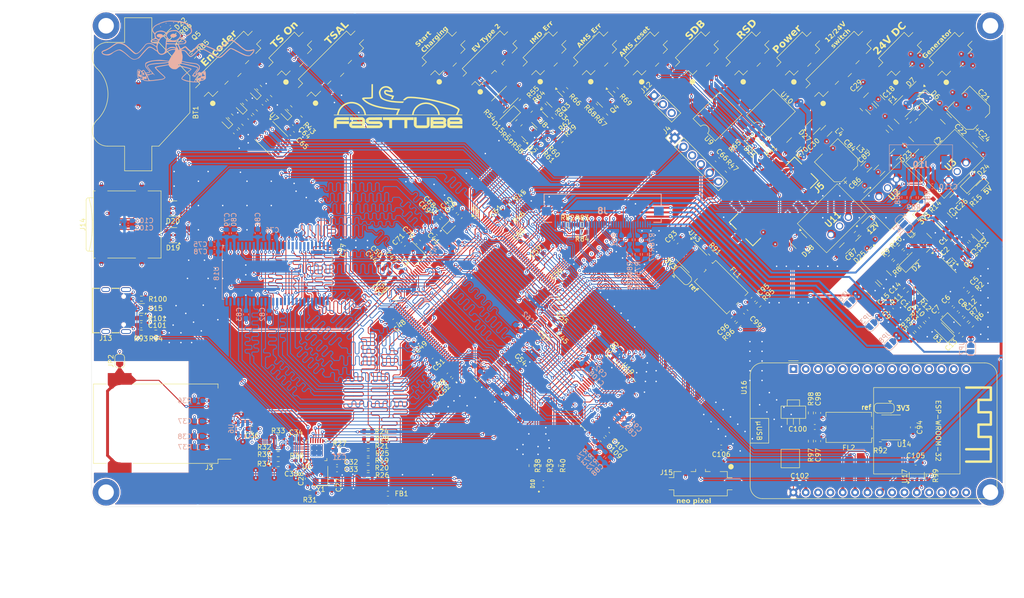
<source format=kicad_pcb>
(kicad_pcb
	(version 20241229)
	(generator "pcbnew")
	(generator_version "9.0")
	(general
		(thickness 1.6238)
		(legacy_teardrops no)
	)
	(paper "A4")
	(layers
		(0 "F.Cu" signal)
		(4 "In1.Cu" power)
		(6 "In2.Cu" power)
		(2 "B.Cu" signal)
		(9 "F.Adhes" user "F.Adhesive")
		(11 "B.Adhes" user "B.Adhesive")
		(13 "F.Paste" user)
		(15 "B.Paste" user)
		(5 "F.SilkS" user "F.Silkscreen")
		(7 "B.SilkS" user "B.Silkscreen")
		(1 "F.Mask" user)
		(3 "B.Mask" user)
		(17 "Dwgs.User" user "User.Drawings")
		(19 "Cmts.User" user "User.Comments")
		(21 "Eco1.User" user "User.Eco1")
		(23 "Eco2.User" user "User.Eco2")
		(25 "Edge.Cuts" user)
		(27 "Margin" user)
		(31 "F.CrtYd" user "F.Courtyard")
		(29 "B.CrtYd" user "B.Courtyard")
		(35 "F.Fab" user)
		(33 "B.Fab" user)
		(39 "User.1" user)
		(41 "User.2" user)
		(43 "User.3" user)
		(45 "User.4" user)
		(47 "User.5" user)
		(49 "User.6" user)
		(51 "User.7" user)
		(53 "User.8" user)
		(55 "User.9" user)
	)
	(setup
		(stackup
			(layer "F.SilkS"
				(type "Top Silk Screen")
			)
			(layer "F.Paste"
				(type "Top Solder Paste")
			)
			(layer "F.Mask"
				(type "Top Solder Mask")
				(thickness 0.01)
			)
			(layer "F.Cu"
				(type "copper")
				(thickness 0.035)
			)
			(layer "dielectric 1"
				(type "prepreg")
				(thickness 0.0994)
				(material "FR4")
				(epsilon_r 4.1)
				(loss_tangent 0.02)
			)
			(layer "In1.Cu"
				(type "copper")
				(thickness 0.035)
			)
			(layer "dielectric 2"
				(type "core")
				(thickness 1.265)
				(material "FR4")
				(epsilon_r 4.5)
				(loss_tangent 0.02)
			)
			(layer "In2.Cu"
				(type "copper")
				(thickness 0.035)
			)
			(layer "dielectric 3"
				(type "prepreg")
				(thickness 0.0994)
				(material "FR4")
				(epsilon_r 4.1)
				(loss_tangent 0.02)
			)
			(layer "B.Cu"
				(type "copper")
				(thickness 0.035)
			)
			(layer "B.Mask"
				(type "Bottom Solder Mask")
				(thickness 0.01)
			)
			(layer "B.Paste"
				(type "Bottom Solder Paste")
			)
			(layer "B.SilkS"
				(type "Bottom Silk Screen")
			)
			(copper_finish "None")
			(dielectric_constraints yes)
		)
		(pad_to_mask_clearance 0)
		(allow_soldermask_bridges_in_footprints no)
		(tenting front back)
		(pcbplotparams
			(layerselection 0x00000000_00000000_55555555_5755f5ff)
			(plot_on_all_layers_selection 0x00000000_00000000_00000000_00000000)
			(disableapertmacros no)
			(usegerberextensions no)
			(usegerberattributes yes)
			(usegerberadvancedattributes yes)
			(creategerberjobfile yes)
			(dashed_line_dash_ratio 12.000000)
			(dashed_line_gap_ratio 3.000000)
			(svgprecision 4)
			(plotframeref no)
			(mode 1)
			(useauxorigin no)
			(hpglpennumber 1)
			(hpglpenspeed 20)
			(hpglpendiameter 15.000000)
			(pdf_front_fp_property_popups yes)
			(pdf_back_fp_property_popups yes)
			(pdf_metadata yes)
			(pdf_single_document no)
			(dxfpolygonmode yes)
			(dxfimperialunits yes)
			(dxfusepcbnewfont yes)
			(psnegative no)
			(psa4output no)
			(plot_black_and_white yes)
			(plotinvisibletext no)
			(sketchpadsonfab no)
			(plotpadnumbers no)
			(hidednponfab no)
			(sketchdnponfab yes)
			(crossoutdnponfab yes)
			(subtractmaskfromsilk no)
			(outputformat 1)
			(mirror no)
			(drillshape 0)
			(scaleselection 1)
			(outputdirectory "Gerber/")
		)
	)
	(net 0 "")
	(net 1 "+3V3_FER")
	(net 2 "Earth")
	(net 3 "/Ethernet/LED_G")
	(net 4 "/Ethernet/LED_Y")
	(net 5 "GND")
	(net 6 "+3V3")
	(net 7 "+5V")
	(net 8 "/Power/3V3_Display")
	(net 9 "Net-(C5-Pad2)")
	(net 10 "Net-(U1-COMP)")
	(net 11 "Net-(U1-C1+)")
	(net 12 "Net-(U1-C1-)")
	(net 13 "Net-(U1-C2+)")
	(net 14 "Net-(U1-C2-)")
	(net 15 "Net-(U1-DRV)")
	(net 16 "Net-(U1-FB1)")
	(net 17 "Net-(U1-REF)")
	(net 18 "Net-(U1-VCOMIN)")
	(net 19 "+24V")
	(net 20 "Net-(U3-VI)")
	(net 21 "Net-(U2-VI)")
	(net 22 "/Peripherals/V_{ref2}")
	(net 23 "Net-(D1-A)")
	(net 24 "Net-(D15-K)")
	(net 25 "/IEC_Charging_Circuit/CP")
	(net 26 "/IEC_Charging_Circuit/PP")
	(net 27 "/Core/EV_Start_Charging")
	(net 28 "/Display/LCD_VGL")
	(net 29 "Net-(Q1-B)")
	(net 30 "Net-(Q2-G)")
	(net 31 "Net-(U1-FB3)")
	(net 32 "Net-(U1-FB2)")
	(net 33 "/IEC_Charging_Circuit/PWM_SENSE")
	(net 34 "/Core/Charging_Point_PWM")
	(net 35 "/Core/~{IMD_Error_LED}")
	(net 36 "/SDRAM/D9")
	(net 37 "/SDRAM/A11")
	(net 38 "/Core/~{AMS_Error_LED}")
	(net 39 "/SDRAM/D0")
	(net 40 "unconnected-(U4B-PC13-Pad8)")
	(net 41 "unconnected-(U4B-PD4-Pad146)")
	(net 42 "/Core/PCAP_RST")
	(net 43 "/Display/B5")
	(net 44 "unconnected-(U4B-PD13-Pad101)")
	(net 45 "/SDRAM/D14")
	(net 46 "/SDRAM/D2")
	(net 47 "/SDRAM/D4")
	(net 48 "/Core/OSC_in")
	(net 49 "/Core/SWCLK")
	(net 50 "unconnected-(U4B-PG3-Pad107)")
	(net 51 "/Display/R2")
	(net 52 "/SDRAM/A3")
	(net 53 "/SDRAM/D13")
	(net 54 "/Core/LCD_Reset")
	(net 55 "/Display/R0")
	(net 56 "/SDRAM/A2")
	(net 57 "/Display/R7")
	(net 58 "/Display/B4")
	(net 59 "/Core/AMS_Reset_in")
	(net 60 "/Core/AMS_Reset_out")
	(net 61 "/Core/SDC_out")
	(net 62 "/SDRAM/A0")
	(net 63 "unconnected-(U4B-PF8-Pad26)")
	(net 64 "/SDRAM/SDNE0")
	(net 65 "/Core/SWDIO")
	(net 66 "/SDRAM/A10")
	(net 67 "unconnected-(U4B-PH15-Pad130)")
	(net 68 "/Display/G0")
	(net 69 "/SDRAM/BA0")
	(net 70 "/Ethernet/RMII_TX_EN")
	(net 71 "/Core/NRST")
	(net 72 "/SDRAM/D12")
	(net 73 "/SDRAM/NBL0")
	(net 74 "/Display/B0")
	(net 75 "/Core/RMII_nRST")
	(net 76 "/Display/G2")
	(net 77 "/Display/R1")
	(net 78 "unconnected-(U4B-PI9-Pad11)")
	(net 79 "/SDRAM/SDNWE")
	(net 80 "/Ethernet/RMII_RXD1")
	(net 81 "/SDRAM/A9")
	(net 82 "/SDRAM/D11")
	(net 83 "unconnected-(U4B-PH12-Pad89)")
	(net 84 "/Display/DE")
	(net 85 "/Display/G3")
	(net 86 "/Display/CLK")
	(net 87 "/Peripherals/USART_RX")
	(net 88 "unconnected-(U4B-PD3-Pad145)")
	(net 89 "unconnected-(U4B-PI3-Pad134)")
	(net 90 "/Peripherals/USB_OTG_VBUS")
	(net 91 "/SDRAM/A4")
	(net 92 "/Display/B3")
	(net 93 "/Peripherals/SDMMC_D0")
	(net 94 "/SDRAM/D15")
	(net 95 "/SDRAM/D3")
	(net 96 "/Display/G4")
	(net 97 "/SDRAM/A7")
	(net 98 "unconnected-(U4E-PG2-Pad106)")
	(net 99 "Net-(U4F-BOOT0)")
	(net 100 "unconnected-(U4B-PD7-Pad151)")
	(net 101 "/Display/G7")
	(net 102 "/Core/LED_B")
	(net 103 "/Ethernet/RMII_MDIO")
	(net 104 "/Display/G1")
	(net 105 "/Display/R6")
	(net 106 "/SDRAM/D6")
	(net 107 "/SDRAM/A1")
	(net 108 "/SDRAM/D8")
	(net 109 "/Display/B6")
	(net 110 "/Display/R4")
	(net 111 "/Core/OSC_out")
	(net 112 "unconnected-(U4B-PF6-Pad24)")
	(net 113 "/SDRAM/A5")
	(net 114 "/Display/G6")
	(net 115 "/Peripherals/ESP_RX")
	(net 116 "unconnected-(U4B-PF9-Pad27)")
	(net 117 "/Display/G5")
	(net 118 "/Core/LED_G")
	(net 119 "/Display/R5")
	(net 120 "unconnected-(U4B-PF7-Pad25)")
	(net 121 "/Ethernet/RMII_TXD1")
	(net 122 "/SDRAM/D5")
	(net 123 "/Peripherals/SDMMC_CMD")
	(net 124 "/SDRAM/D1")
	(net 125 "Net-(U4A-VREF+)")
	(net 126 "/Display/B1")
	(net 127 "/Display/B7")
	(net 128 "unconnected-(U4B-PD11-Pad99)")
	(net 129 "/Ethernet/RMII_MDC")
	(net 130 "unconnected-(U4B-PD12-Pad100)")
	(net 131 "/Core/OSC32_in")
	(net 132 "/SDRAM/SDCLK")
	(net 133 "/Peripherals/USART_TX")
	(net 134 "unconnected-(U4B-PA10-Pad121)")
	(net 135 "/Core/LED_R")
	(net 136 "/SDRAM/SDCKE0")
	(net 137 "/Ethernet/RMII_RXD0")
	(net 138 "unconnected-(U4B-PH11-Pad88)")
	(net 139 "/Ethernet/RMII_CRS_DV")
	(net 140 "/Core/TRACESWO")
	(net 141 "/Display/HSYNC")
	(net 142 "/Ethernet/RMII_TXD0")
	(net 143 "/SDRAM/D10")
	(net 144 "/SDRAM/SDNCAS")
	(net 145 "/Display/R3")
	(net 146 "/Core/OSC32_out")
	(net 147 "/Display/VSYNC")
	(net 148 "/SDRAM/D7")
	(net 149 "unconnected-(U4B-PG9-Pad152)")
	(net 150 "/SDRAM/BA1")
	(net 151 "/SDRAM/SDNRAS")
	(net 152 "/SDRAM/A6")
	(net 153 "/SDRAM/NBL1")
	(net 154 "/Display/B2")
	(net 155 "/Ethernet/RMII_REF_CLK")
	(net 156 "/SDRAM/A8")
	(net 157 "unconnected-(U4B-PB2-Pad58)")
	(net 158 "/Ethernet/XTAL2")
	(net 159 "/Ethernet/XTAL1")
	(net 160 "/Peripherals/ESP_TX")
	(net 161 "/Peripherals/STM_CAN_TX")
	(net 162 "/Peripherals/STM_CAN_RX")
	(net 163 "/Peripherals/SDMMC_CK")
	(net 164 "/Peripherals/ESP_CAN_RX")
	(net 165 "/SDC_and_SCS/RSD_in")
	(net 166 "/SDC_and_SCS/RSD_out")
	(net 167 "/Peripherals/ESP_CAN_TX")
	(net 168 "/Display/LCD_VGH")
	(net 169 "Net-(D5-A)")
	(net 170 "Net-(D9-A)")
	(net 171 "/Core/SDC_in")
	(net 172 "Net-(Q3-G)")
	(net 173 "Net-(Q4-G)")
	(net 174 "/Core/SDC_enable")
	(net 175 "/Display/I2C_SDA")
	(net 176 "/Display/I2C_SCL")
	(net 177 "/Display/LCD_SELB")
	(net 178 "VDD")
	(net 179 "/Display/LCD_STBYB")
	(net 180 "Net-(J1-Pin_1)")
	(net 181 "/Display/LCD_U{slash}D")
	(net 182 "/Display/LCD_L{slash}R")
	(net 183 "/Display/RXIN0-")
	(net 184 "/Display/RXCLKIN+")
	(net 185 "/Display/RXIN0+")
	(net 186 "/Display/RXIN2-")
	(net 187 "/Display/RXIN1-")
	(net 188 "/Display/RXIN2+")
	(net 189 "/Display/RXIN3+")
	(net 190 "/Display/RXIN3-")
	(net 191 "/Display/RXIN1+")
	(net 192 "/Display/RXCLKIN-")
	(net 193 "Net-(J2-Pin_1)")
	(net 194 "Net-(U4F-PDR_ON)")
	(net 195 "/Peripherals/SDMMC_D1")
	(net 196 "/Peripherals/SDMMC_D2")
	(net 197 "/Peripherals/SDMMC_D3")
	(net 198 "/Core/SDC_Voltage")
	(net 199 "/Core/TSAL_Green")
	(net 200 "/Core/TS_on")
	(net 201 "/Peripherals/USB_OTG_DP")
	(net 202 "/Peripherals/USB_OTG_DN")
	(net 203 "/Peripherals/D-")
	(net 204 "/Peripherals/D+")
	(net 205 "/Core/PCAP_Int")
	(net 206 "/Display/LCD_VDD")
	(net 207 "/Core/Encoder_push")
	(net 208 "/Core/Encoder_A")
	(net 209 "/Core/Encoder_B")
	(net 210 "/Ethernet/RXN")
	(net 211 "/Ethernet/TXN")
	(net 212 "/Ethernet/RXP")
	(net 213 "/Ethernet/TXP")
	(net 214 "/Core/SDC_on")
	(net 215 "/Core/EncB_on")
	(net 216 "/Core/EncPush_on")
	(net 217 "/Core/EncA_on")
	(net 218 "Net-(D16-A)")
	(net 219 "Net-(D16-K)")
	(net 220 "Net-(D17-K)")
	(net 221 "Net-(D17-A)")
	(net 222 "/Display/LCD_AVDD")
	(net 223 "/Display/VCOM")
	(net 224 "Net-(D7-K)")
	(net 225 "unconnected-(U4B-PH9-Pad86)")
	(net 226 "unconnected-(U4B-PH6-Pad83)")
	(net 227 "unconnected-(U4B-PH7-Pad84)")
	(net 228 "Net-(D3-A)")
	(net 229 "Net-(J13-CC2)")
	(net 230 "Net-(U5-VDDCR)")
	(net 231 "Net-(C39-Pad1)")
	(net 232 "Net-(C45-Pad1)")
	(net 233 "Net-(D11-K)")
	(net 234 "Net-(D12-K)")
	(net 235 "Net-(D13-K)")
	(net 236 "Net-(D14-K)")
	(net 237 "Net-(U15-VBUS)")
	(net 238 "Net-(D2-A)")
	(net 239 "Net-(D8-A)")
	(net 240 "Net-(D10-BK)")
	(net 241 "Net-(D10-GK)")
	(net 242 "Net-(D10-RK)")
	(net 243 "Net-(D11-A)")
	(net 244 "Net-(U13-CANH)")
	(net 245 "Net-(U13-CANL)")
	(net 246 "Net-(U14-CANH)")
	(net 247 "Net-(U14-CANL)")
	(net 248 "Net-(J3-Pad11)")
	(net 249 "Net-(J3-Pad2)")
	(net 250 "unconnected-(J3-NC-Pad9)")
	(net 251 "Net-(J5-Pin_2)")
	(net 252 "Net-(J13-CC1)")
	(net 253 "unconnected-(J13-SBU2-PadB8)")
	(net 254 "unconnected-(J13-SBU1-PadA8)")
	(net 255 "Net-(Q2-D)")
	(net 256 "Net-(R29-Pad1)")
	(net 257 "Net-(J15-Pin_2)")
	(net 258 "Net-(JP4-C)")
	(net 259 "Net-(JP5-C)")
	(net 260 "Net-(R3-Pad2)")
	(net 261 "Net-(R8-Pad2)")
	(net 262 "/Peripherals/V_{ref1}")
	(net 263 "Net-(U5-RXD0{slash}MODE0)")
	(net 264 "Net-(U5-RXD1{slash}MODE1)")
	(net 265 "Net-(U5-CRS_DV{slash}MODE2)")
	(net 266 "Net-(U5-~{INT}{slash}REFCLKO)")
	(net 267 "Net-(U5-RXER{slash}PHYAD0)")
	(net 268 "Net-(U5-RBIAS)")
	(net 269 "Net-(U8--)")
	(net 270 "Net-(R65-Pad1)")
	(net 271 "Net-(R70-Pad2)")
	(net 272 "V_{In}")
	(net 273 "Net-(R75-Pad2)")
	(net 274 "Net-(U13-Rs)")
	(net 275 "Net-(U14-Rs)")
	(net 276 "Net-(U16-D21)")
	(net 277 "unconnected-(U7-Pad12)")
	(net 278 "unconnected-(U7-Pad10)")
	(net 279 "unconnected-(U9-Pad3)")
	(net 280 "unconnected-(U10-Pad3)")
	(net 281 "unconnected-(U10-Pad5)")
	(net 282 "unconnected-(U16-D26-Pad7)")
	(net 283 "unconnected-(U16-D2-Pad27)")
	(net 284 "unconnected-(U16-VIN-Pad1)")
	(net 285 "unconnected-(U16-D34-Pad12)")
	(net 286 "unconnected-(U16-D39{slash}VN-Pad13)")
	(net 287 "unconnected-(U16-D19-Pad21)")
	(net 288 "unconnected-(U16-D36{slash}VP-Pad14)")
	(net 289 "unconnected-(U16-TX0{slash}D1-Pad18)")
	(net 290 "unconnected-(U16-D14-Pad5)")
	(net 291 "unconnected-(U16-D25-Pad8)")
	(net 292 "unconnected-(U16-D15-Pad28)")
	(net 293 "unconnected-(U16-D13-Pad3)")
	(net 294 "unconnected-(U16-D23-Pad16)")
	(net 295 "unconnected-(U16-D27-Pad6)")
	(net 296 "unconnected-(U16-EN-Pad15)")
	(net 297 "unconnected-(U16-D33-Pad9)")
	(net 298 "unconnected-(U16-D22-Pad17)")
	(net 299 "unconnected-(U16-D35-Pad11)")
	(net 300 "unconnected-(U16-D18-Pad22)")
	(net 301 "unconnected-(U16-D12-Pad4)")
	(net 302 "unconnected-(U16-D32-Pad10)")
	(net 303 "unconnected-(U16-RX0{slash}D3-Pad19)")
	(net 304 "unconnected-(U17-NC-Pad1)")
	(net 305 "Net-(BT1-+)")
	(net 306 "VBAT")
	(net 307 "Net-(D22-A)")
	(net 308 "Net-(Q5-G)")
	(net 309 "unconnected-(U18-NC-Pad40)")
	(net 310 "unconnected-(U18-NC-Pad36)")
	(net 311 "Net-(U11-VI)")
	(net 312 "Net-(D25-K)")
	(net 313 "Net-(D26-A)")
	(net 314 "+12V")
	(net 315 "unconnected-(J8-Pin_37-Pad37)")
	(net 316 "unconnected-(J8-Pin_23-Pad23)")
	(net 317 "unconnected-(J8-Pin_26-Pad26)")
	(net 318 "Net-(J8-Pin_35)")
	(net 319 "unconnected-(J8-Pin_27-Pad27)")
	(net 320 "unconnected-(J8-Pin_24-Pad24)")
	(net 321 "Net-(J8-Pin_38)")
	(net 322 "unconnected-(J8-Pin_4-Pad4)")
	(net 323 "Net-(J8-Pin_29)")
	(net 324 "Net-(J8-Pin_1)")
	(net 325 "unconnected-(J8-Pin_36-Pad36)")
	(net 326 "Net-(U19-CLKSEL)")
	(net 327 "Net-(U19-~{SHTDN})")
	(net 328 "Net-(R76-Pad2)")
	(net 329 "/Core/CAN+")
	(net 330 "/Core/CAN-")
	(footprint "Capacitor_SMD:C_1206_3216Metric" (layer "F.Cu") (at 218.05 68.997055 -45))
	(footprint "Capacitor_SMD:C_0603_1608Metric" (layer "F.Cu") (at 217.599138 91.659104 45))
	(footprint "Package_SO:SOIC-8_3.9x4.9mm_P1.27mm" (layer "F.Cu") (at 214.55 127.660001 180))
	(footprint "Resistor_SMD:R_0603_1608Metric" (layer "F.Cu") (at 106.95 137.5))
	(footprint "Capacitor_SMD:C_0603_1608Metric" (layer "F.Cu") (at 158.3 112.25 45))
	(footprint "Capacitor_SMD:C_1206_3216Metric" (layer "F.Cu") (at 232.45 68.897055 -45))
	(footprint "Capacitor_SMD:C_0603_1608Metric" (layer "F.Cu") (at 91.3 67.197055 135))
	(footprint "Package_TO_SOT_SMD:SOT-23" (layer "F.Cu") (at 69.49055 49.123915 45))
	(footprint "Capacitor_SMD:C_0603_1608Metric" (layer "F.Cu") (at 218.670709 101.512049 -45))
	(footprint "Charger:ESP32-WROOM-32-DevKit-30Pin" (layer "F.Cu") (at 194.45 115.650001 -90))
	(footprint "LED_SMD:LED_0603_1608Metric" (layer "F.Cu") (at 66.35 46.55 45))
	(footprint "Inductor_SMD:L_Wuerth_WE-PD2-Typ-MS" (layer "F.Cu") (at 211.8 68.697055 -45))
	(footprint "Package_TO_SOT_SMD:SOT-23-3" (layer "F.Cu") (at 155.728751 60.125806 -45))
	(footprint "Resistor_SMD:R_0603_1608Metric" (layer "F.Cu") (at 88.425 131.675 180))
	(footprint "Package_DIP:SMDIP-6_W9.53mm" (layer "F.Cu") (at 178.828751 63.675806 135))
	(footprint "FaSTTUBe_connectors:Micro_Mate-N-Lok_2p_vertical" (layer "F.Cu") (at 226.8 50.8 -135))
	(footprint "Resistor_SMD:R_0603_1608Metric" (layer "F.Cu") (at 187.260986 102.407037 45))
	(footprint "Resistor_SMD:R_0603_1608Metric" (layer "F.Cu") (at 60.2725 101.16 180))
	(footprint "Diode_SMD:D_SOD-123" (layer "F.Cu") (at 222.6 60.547055 -45))
	(footprint "Package_SO:TSSOP-56_6.1x14mm_P0.5mm" (layer "F.Cu") (at 154.773231 121.177037 -45))
	(footprint "Inductor_SMD:L_0603_1608Metric" (layer "F.Cu") (at 111 141.3 180))
	(footprint "Resistor_SMD:R_0603_1608Metric" (layer "F.Cu") (at 60.2475 108.16))
	(footprint "Inductor_SMD:L_Wuerth_WE-PD2-Typ-MS" (layer "F.Cu") (at 221.75 66.297055 45))
	(footprint "LED_SMD:LED_0603_1608Metric" (layer "F.Cu") (at 220.356847 62.390208 -135))
	(footprint "Capacitor_SMD:CP_Elec_6.3x7.7" (layer "F.Cu") (at 230.75 62.247055 135))
	(footprint "Capacitor_SMD:C_0603_1608Metric"
		(layer "F.Cu")
		(uuid "1d844bf8-48e4-4879-b840-b8f1bbda8b2e")
		(at 199.55 124.685001 90)
		(descr "Capacitor SMD 0603 (1608 Metric), square (rectangular) end terminal, IPC_7351 nominal, (Body size source: IPC-SM-782 page 76, https://www.pcb-3d.com/wordpress/wp-content/uploads/ipc-sm-782a_amendment_1_and_2.pdf), generated with kicad-footprint-generator")
		(tags "capacitor")
		(property "Reference" "C98"
			(at 2.890001 0 90)
			(layer "F.SilkS")
			(uuid "d5c71e0f-6198-475f-aa28-d888e2e68b9b")
			(effects
				(font
					(size 1 1)
					(thickness 0.15)
				)
			)
		)
		(property "Value" "100p"
			(at 0 1.43 90)
			(layer "F.Fab")
			(uuid "67249af2-27f7-4ffb-82ba-0f26a698a57b")
			(effects
				(font
					(size 1 1)
					(thickness 0.15)
				)
			)
		)
		(property "Datasheet" ""
			(at 0 0 90)
			(unlocked yes)
			(layer "F.Fab")
			(hide yes)
			(uuid "0a19e9b6-763f-4913-92f2-02681f2d5ef2")
			(effects
				(font
					(size 1.27 1.27)
					(thickness 0.15)
				)
			)
		)
		(property "Description" "Unpolarized capacitor, small symbol"
			(at 0 0 90)
			(
... [9374996 chars truncated]
</source>
